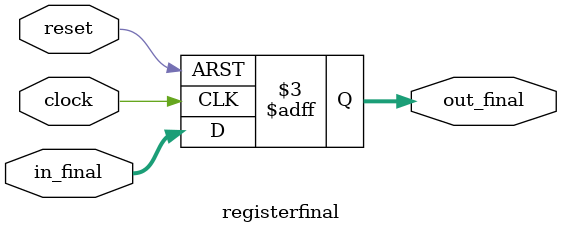
<source format=v>
module registerfinal(clock, reset, in_final, out_final);

input clock, reset;
input [31:0] in_final;
output [31:0] out_final;

reg[31:0] out_final;



always@(posedge clock or negedge reset)
begin
 if (reset==0)
 out_final=8'b00000000;
 else
 out_final=in_final;
 end
 
 endmodule 
</source>
